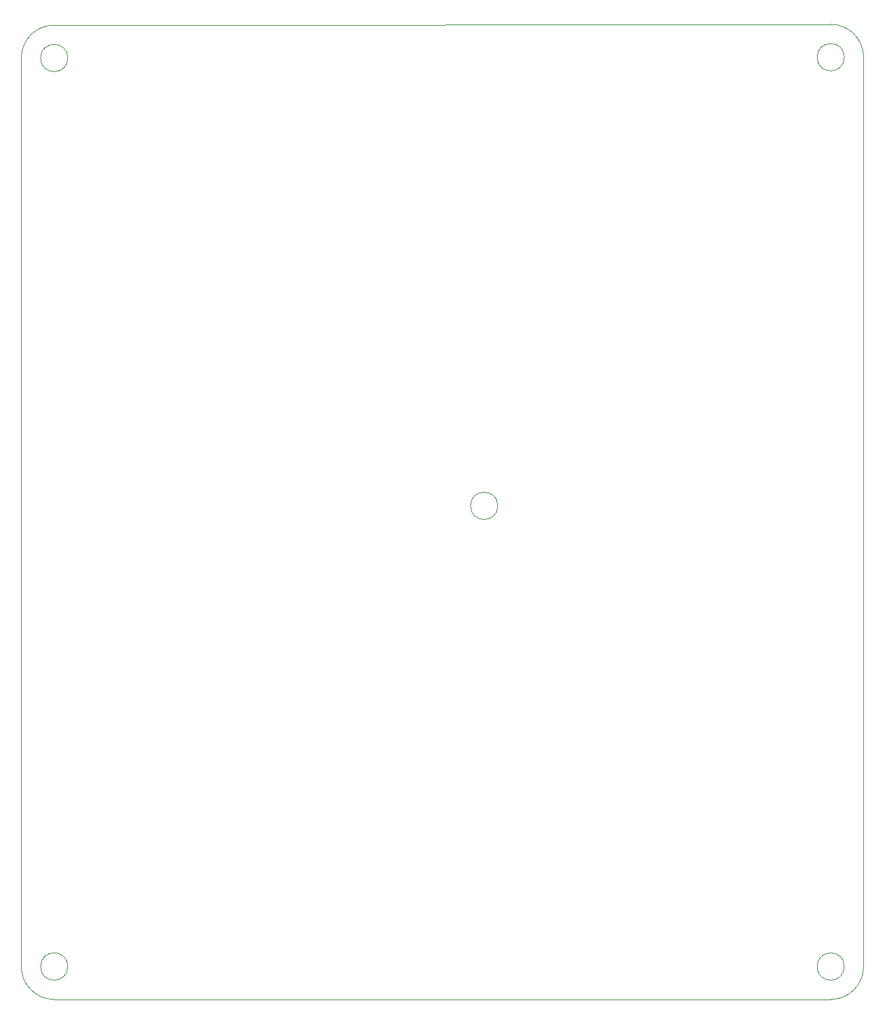
<source format=gbr>
%TF.GenerationSoftware,KiCad,Pcbnew,8.0.2*%
%TF.CreationDate,2024-06-24T21:49:00-04:00*%
%TF.ProjectId,MacroPad,4d616372-6f50-4616-942e-6b696361645f,rev?*%
%TF.SameCoordinates,Original*%
%TF.FileFunction,Profile,NP*%
%FSLAX46Y46*%
G04 Gerber Fmt 4.6, Leading zero omitted, Abs format (unit mm)*
G04 Created by KiCad (PCBNEW 8.0.2) date 2024-06-24 21:49:00*
%MOMM*%
%LPD*%
G01*
G04 APERTURE LIST*
%TA.AperFunction,Profile*%
%ADD10C,0.050000*%
%TD*%
G04 APERTURE END LIST*
D10*
X179400000Y-41000000D02*
X82599138Y-41099138D01*
X179400000Y-41000000D02*
G75*
G02*
X183500000Y-45100000I0J-4100000D01*
G01*
X84299138Y-158400862D02*
G75*
G02*
X80899138Y-158400862I-1700000J0D01*
G01*
X80899138Y-158400862D02*
G75*
G02*
X84299138Y-158400862I1700000J0D01*
G01*
X78499138Y-45199138D02*
X78499138Y-158400862D01*
X181100000Y-158400000D02*
G75*
G02*
X177700000Y-158400000I-1700000J0D01*
G01*
X177700000Y-158400000D02*
G75*
G02*
X181100000Y-158400000I1700000J0D01*
G01*
X82599138Y-162500862D02*
G75*
G02*
X78499138Y-158400862I-38J4099962D01*
G01*
X84299138Y-45199138D02*
G75*
G02*
X80899138Y-45199138I-1700000J0D01*
G01*
X80899138Y-45199138D02*
G75*
G02*
X84299138Y-45199138I1700000J0D01*
G01*
X183500000Y-158400000D02*
X183500000Y-45100000D01*
X82599138Y-162500862D02*
X179400000Y-162500000D01*
X78499138Y-45199138D02*
G75*
G02*
X82599138Y-41099138I4100002J-2D01*
G01*
X137900000Y-101000000D02*
G75*
G02*
X134500000Y-101000000I-1700000J0D01*
G01*
X134500000Y-101000000D02*
G75*
G02*
X137900000Y-101000000I1700000J0D01*
G01*
X183500000Y-158400000D02*
G75*
G02*
X179400000Y-162500000I-4100000J0D01*
G01*
X181100000Y-45100000D02*
G75*
G02*
X177700000Y-45100000I-1700000J0D01*
G01*
X177700000Y-45100000D02*
G75*
G02*
X181100000Y-45100000I1700000J0D01*
G01*
M02*

</source>
